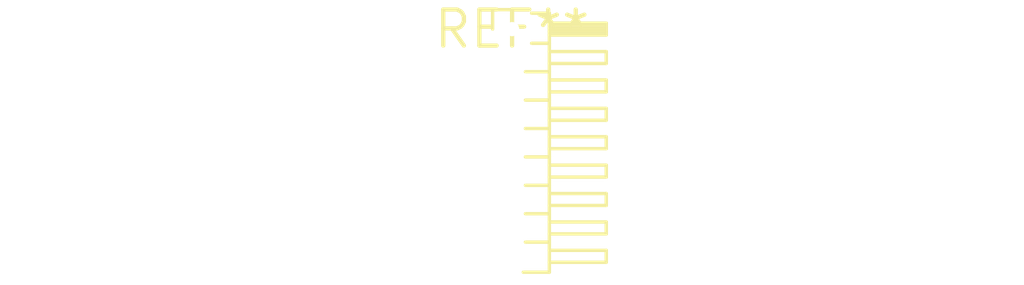
<source format=kicad_pcb>
(kicad_pcb (version 20240108) (generator pcbnew)
  (layers (0 "F.Cu" signal) (31 "B.Cu" signal) (34 "B.Paste" user) (35 "F.Paste" user) (36 "B.SilkS" user "B.Silkscreen") (37 "F.SilkS" user "F.Silkscreen") (38 "B.Mask" user) (39 "F.Mask" user) (44 "Edge.Cuts" user))
  (net 0 "")
  (footprint "PinHeader_1x09_P1.00mm_Horizontal" (layer "F.Cu") (at 0 0)
    (property "Reference" "REF**")
    (property "Value" "PinHeader_1x09_P1.00mm_Horizontal")
    (fp_line (start -0.685 -0.685) (end 0 -0.685) (layer "F.SilkS") (stroke (width 0.12)))
    (fp_line (start -0.685 0) (end -0.685 -0.685) (layer "F.SilkS") (stroke (width 0.12)))
    (fp_line (start 0.468215 1.5) (end 1.31 1.5) (layer "F.SilkS") (stroke (width 0.12)))
    (fp_line (start 0.468215 2.5) (end 1.31 2.5) (layer "F.SilkS") (stroke (width 0.12)))
    (fp_line (start 0.468215 3.5) (end 1.31 3.5) (layer "F.SilkS") (stroke (width 0.12)))
    (fp_line (start 0.468215 4.5) (end 1.31 4.5) (layer "F.SilkS") (stroke (width 0.12)))
    (fp_line (start 0.468215 5.5) (end 1.31 5.5) (layer "F.SilkS") (stroke (width 0.12)))
    (fp_line (start 0.468215 6.5) (end 1.31 6.5) (layer "F.SilkS") (stroke (width 0.12)))
    (fp_line (start 0.468215 7.5) (end 1.31 7.5) (layer "F.SilkS") (stroke (width 0.12)))
    (fp_line (start 0.685 -0.56) (end 1.31 -0.56) (layer "F.SilkS") (stroke (width 0.12)))
    (fp_line (start 0.685 0.5) (end 1.31 0.5) (layer "F.SilkS") (stroke (width 0.12)))
    (fp_line (start 1.31 -0.56) (end 1.31 8.56) (layer "F.SilkS") (stroke (width 0.12)))
    (fp_line (start 1.31 -0.21) (end 3.31 -0.21) (layer "F.SilkS") (stroke (width 0.12)))
    (fp_line (start 1.31 -0.15) (end 3.31 -0.15) (layer "F.SilkS") (stroke (width 0.12)))
    (fp_line (start 1.31 -0.03) (end 3.31 -0.03) (layer "F.SilkS") (stroke (width 0.12)))
    (fp_line (start 1.31 0.09) (end 3.31 0.09) (layer "F.SilkS") (stroke (width 0.12)))
    (fp_line (start 1.31 0.79) (end 3.31 0.79) (layer "F.SilkS") (stroke (width 0.12)))
    (fp_line (start 1.31 1.79) (end 3.31 1.79) (layer "F.SilkS") (stroke (width 0.12)))
    (fp_line (start 1.31 2.79) (end 3.31 2.79) (layer "F.SilkS") (stroke (width 0.12)))
    (fp_line (start 1.31 3.79) (end 3.31 3.79) (layer "F.SilkS") (stroke (width 0.12)))
    (fp_line (start 1.31 4.79) (end 3.31 4.79) (layer "F.SilkS") (stroke (width 0.12)))
    (fp_line (start 1.31 5.79) (end 3.31 5.79) (layer "F.SilkS") (stroke (width 0.12)))
    (fp_line (start 1.31 6.79) (end 3.31 6.79) (layer "F.SilkS") (stroke (width 0.12)))
    (fp_line (start 1.31 7.79) (end 3.31 7.79) (layer "F.SilkS") (stroke (width 0.12)))
    (fp_line (start 1.31 8.56) (end 0.394493 8.56) (layer "F.SilkS") (stroke (width 0.12)))
    (fp_line (start 3.31 -0.21) (end 3.31 0.21) (layer "F.SilkS") (stroke (width 0.12)))
    (fp_line (start 3.31 0.21) (end 1.31 0.21) (layer "F.SilkS") (stroke (width 0.12)))
    (fp_line (start 3.31 0.79) (end 3.31 1.21) (layer "F.SilkS") (stroke (width 0.12)))
    (fp_line (start 3.31 1.21) (end 1.31 1.21) (layer "F.SilkS") (stroke (width 0.12)))
    (fp_line (start 3.31 1.79) (end 3.31 2.21) (layer "F.SilkS") (stroke (width 0.12)))
    (fp_line (start 3.31 2.21) (end 1.31 2.21) (layer "F.SilkS") (stroke (width 0.12)))
    (fp_line (start 3.31 2.79) (end 3.31 3.21) (layer "F.SilkS") (stroke (width 0.12)))
    (fp_line (start 3.31 3.21) (end 1.31 3.21) (layer "F.SilkS") (stroke (width 0.12)))
    (fp_line (start 3.31 3.79) (end 3.31 4.21) (layer "F.SilkS") (stroke (width 0.12)))
    (fp_line (start 3.31 4.21) (end 1.31 4.21) (layer "F.SilkS") (stroke (width 0.12)))
    (fp_line (start 3.31 4.79) (end 3.31 5.21) (layer "F.SilkS") (stroke (width 0.12)))
    (fp_line (start 3.31 5.21) (end 1.31 5.21) (layer "F.SilkS") (stroke (width 0.12)))
    (fp_line (start 3.31 5.79) (end 3.31 6.21) (layer "F.SilkS") (stroke (width 0.12)))
    (fp_line (start 3.31 6.21) (end 1.31 6.21) (layer "F.SilkS") (stroke (width 0.12)))
    (fp_line (start 3.31 6.79) (end 3.31 7.21) (layer "F.SilkS") (stroke (width 0.12)))
    (fp_line (start 3.31 7.21) (end 1.31 7.21) (layer "F.SilkS") (stroke (width 0.12)))
    (fp_line (start 3.31 7.79) (end 3.31 8.21) (layer "F.SilkS") (stroke (width 0.12)))
    (fp_line (start 3.31 8.21) (end 1.31 8.21) (layer "F.SilkS") (stroke (width 0.12)))
    (pad "1" thru_hole rect (at 0 0) (size 0.85 0.85) (drill 0.5) (layers *.Cu *.Mask) (remove_unused_layers))
    (pad "2" thru_hole oval (at 0 1) (size 0.85 0.85) (drill 0.5) (layers *.Cu *.Mask) (remove_unused_layers))
    (pad "3" thru_hole oval (at 0 2) (size 0.85 0.85) (drill 0.5) (layers *.Cu *.Mask) (remove_unused_layers))
    (pad "4" thru_hole oval (at 0 3) (size 0.85 0.85) (drill 0.5) (layers *.Cu *.Mask) (remove_unused_layers))
    (pad "5" thru_hole oval (at 0 4) (size 0.85 0.85) (drill 0.5) (layers *.Cu *.Mask) (remove_unused_layers))
    (pad "6" thru_hole oval (at 0 5) (size 0.85 0.85) (drill 0.5) (layers *.Cu *.Mask) (remove_unused_layers))
    (pad "7" thru_hole oval (at 0 6) (size 0.85 0.85) (drill 0.5) (layers *.Cu *.Mask) (remove_unused_layers))
    (pad "8" thru_hole oval (at 0 7) (size 0.85 0.85) (drill 0.5) (layers *.Cu *.Mask) (remove_unused_layers))
    (pad "9" thru_hole oval (at 0 8) (size 0.85 0.85) (drill 0.5) (layers *.Cu *.Mask) (remove_unused_layers))
  )
)
</source>
